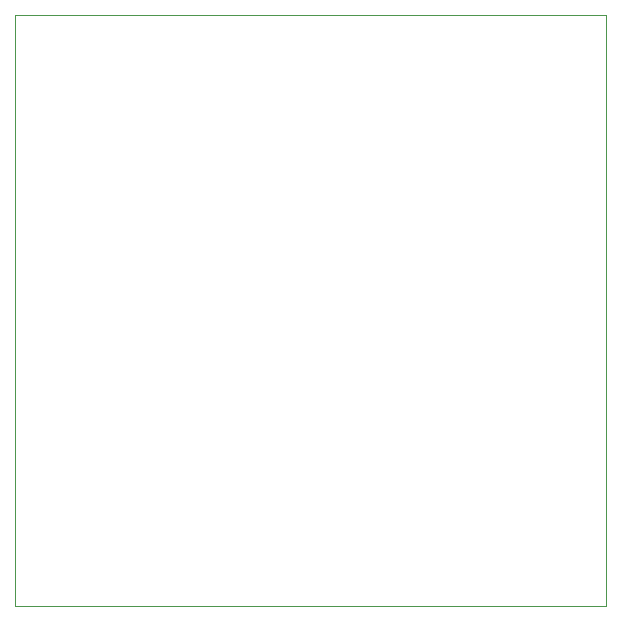
<source format=gbr>
%TF.GenerationSoftware,KiCad,Pcbnew,(6.0.2)*%
%TF.CreationDate,2022-08-10T10:43:00+08:00*%
%TF.ProjectId,TPS5430_Experiment,54505335-3433-4305-9f45-78706572696d,Sage Xiong*%
%TF.SameCoordinates,Original*%
%TF.FileFunction,Profile,NP*%
%FSLAX46Y46*%
G04 Gerber Fmt 4.6, Leading zero omitted, Abs format (unit mm)*
G04 Created by KiCad (PCBNEW (6.0.2)) date 2022-08-10 10:43:00*
%MOMM*%
%LPD*%
G01*
G04 APERTURE LIST*
%TA.AperFunction,Profile*%
%ADD10C,0.050800*%
%TD*%
G04 APERTURE END LIST*
D10*
X118300000Y-77300000D02*
X168300000Y-77300000D01*
X168300000Y-77300000D02*
X168300000Y-127300000D01*
X168300000Y-127300000D02*
X118300000Y-127300000D01*
X118300000Y-127300000D02*
X118300000Y-77300000D01*
M02*

</source>
